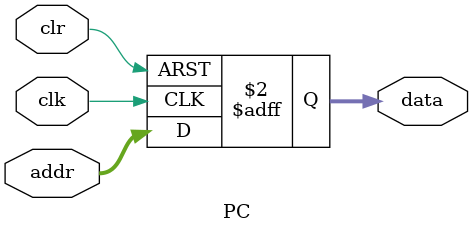
<source format=v>
module PC (
    input wire [31:0] addr,    // 32-bit address input
    input wire clk,            // clock signal
    input wire clr,            // clear signal
    output reg [31:0] data     // 32-bit data output
);

always @(posedge clk or posedge clr) begin
    if (clr) begin
        data <= 32'b0;          // Clear the data to 0 if clr is high
    end else begin
        data <= addr;           // Otherwise, update the data with the input address
    end
end

endmodule
</source>
